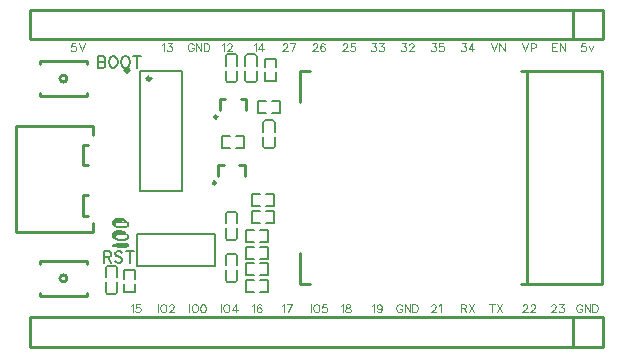
<source format=gto>
G04 Layer: TopSilkscreenLayer*
G04 EasyEDA v6.5.3, 2022-05-09 22:00:40*
G04 d9374f8db1c04431a46586793fd7dc8a,036ae6e9a2b24cebb23d0048bde98d7c,10*
G04 Gerber Generator version 0.2*
G04 Scale: 100 percent, Rotated: No, Reflected: No *
G04 Dimensions in millimeters *
G04 leading zeros omitted , absolute positions ,4 integer and 5 decimal *
%FSLAX45Y45*%
%MOMM*%

%ADD10C,0.2540*%
%ADD30C,0.2032*%
%ADD31C,0.1524*%
%ADD32C,0.3000*%
%ADD33C,0.2489*%
%ADD34C,0.1000*%

%LPD*%
G36*
X3569462Y4690872D02*
G01*
X3557524Y4690364D01*
X3552545Y4689551D01*
X3547618Y4688382D01*
X3542690Y4686909D01*
X3537915Y4685080D01*
X3533343Y4682896D01*
X3528974Y4680356D01*
X3524910Y4677410D01*
X3521201Y4674108D01*
X3516934Y4668977D01*
X3513277Y4662830D01*
X3511151Y4656836D01*
X3597910Y4656836D01*
X3597910Y4657852D01*
X3598926Y4659376D01*
X3601262Y4662068D01*
X3603904Y4664659D01*
X3606952Y4666843D01*
X3610610Y4668266D01*
X3613150Y4668062D01*
X3613861Y4667402D01*
X3614267Y4666437D01*
X3614420Y4665218D01*
X3613048Y4661154D01*
X3609644Y4658207D01*
X3605072Y4656429D01*
X3600450Y4655820D01*
X3598672Y4655921D01*
X3598011Y4656480D01*
X3597910Y4656836D01*
X3511151Y4656836D01*
X3510737Y4655667D01*
X3509772Y4647692D01*
X3510635Y4639970D01*
X3512191Y4635500D01*
X3541268Y4635500D01*
X3542995Y4641596D01*
X3547567Y4645609D01*
X3554018Y4647793D01*
X3561334Y4648454D01*
X3569817Y4648200D01*
X3586734Y4646930D01*
X3595370Y4646676D01*
X3603853Y4647285D01*
X3611727Y4649114D01*
X3618534Y4652264D01*
X3623564Y4656836D01*
X3627323Y4653838D01*
X3631031Y4650486D01*
X3634333Y4646777D01*
X3636772Y4642612D01*
X3637584Y4639564D01*
X3637787Y4636516D01*
X3636975Y4631994D01*
X3634841Y4627981D01*
X3631793Y4624679D01*
X3628136Y4622292D01*
X3624376Y4620717D01*
X3619214Y4619498D01*
X3639565Y4619498D01*
X3639718Y4620412D01*
X3640074Y4621022D01*
X3642817Y4623765D01*
X3645915Y4626102D01*
X3646576Y4626305D01*
X3648201Y4626356D01*
X3649218Y4626000D01*
X3649675Y4625187D01*
X3649624Y4624120D01*
X3649218Y4623054D01*
X3647897Y4621326D01*
X3645915Y4619955D01*
X3643579Y4619040D01*
X3640582Y4618736D01*
X3639769Y4618939D01*
X3639565Y4619498D01*
X3619214Y4619498D01*
X3612387Y4618482D01*
X3602024Y4617770D01*
X3591814Y4617466D01*
X3583076Y4617669D01*
X3574491Y4618329D01*
X3565956Y4619498D01*
X3557524Y4621276D01*
X3551885Y4623104D01*
X3549294Y4624324D01*
X3546856Y4625848D01*
X3544824Y4627575D01*
X3542995Y4629708D01*
X3541725Y4632350D01*
X3541268Y4635500D01*
X3512191Y4635500D01*
X3513023Y4633112D01*
X3516731Y4627067D01*
X3521506Y4621834D01*
X3526993Y4617364D01*
X3533038Y4613554D01*
X3539286Y4610404D01*
X3545586Y4607814D01*
X3551072Y4605832D01*
X3562146Y4602683D01*
X3573526Y4600600D01*
X3579215Y4599940D01*
X3590798Y4599432D01*
X3600145Y4599787D01*
X3609390Y4600803D01*
X3618585Y4602530D01*
X3627628Y4605020D01*
X3632657Y4606798D01*
X3637787Y4609033D01*
X3642664Y4611878D01*
X3647186Y4615230D01*
X3651097Y4619142D01*
X3654145Y4623714D01*
X3656126Y4628896D01*
X3656837Y4634738D01*
X3656329Y4639360D01*
X3655060Y4644136D01*
X3653028Y4648200D01*
X3650335Y4651857D01*
X3647135Y4655159D01*
X3643528Y4658055D01*
X3639616Y4660646D01*
X3635451Y4662881D01*
X3626865Y4666488D01*
X3626612Y4668520D01*
X3625392Y4673295D01*
X3623106Y4677206D01*
X3620008Y4680407D01*
X3616147Y4682896D01*
X3611829Y4684877D01*
X3607054Y4686350D01*
X3602126Y4687468D01*
X3590290Y4689348D01*
X3583381Y4690160D01*
X3576472Y4690668D01*
G37*
G36*
X3569462Y4584954D02*
G01*
X3557524Y4584446D01*
X3552545Y4583633D01*
X3547618Y4582464D01*
X3542690Y4580991D01*
X3537915Y4579162D01*
X3533343Y4576978D01*
X3528974Y4574438D01*
X3524910Y4571492D01*
X3521201Y4568190D01*
X3516934Y4563160D01*
X3513277Y4557014D01*
X3511190Y4551172D01*
X3597910Y4551172D01*
X3597910Y4551934D01*
X3598316Y4552797D01*
X3601262Y4556150D01*
X3603904Y4558741D01*
X3606952Y4560925D01*
X3610610Y4562348D01*
X3613150Y4562144D01*
X3613861Y4561484D01*
X3614267Y4560519D01*
X3614420Y4559300D01*
X3613048Y4555236D01*
X3609644Y4552289D01*
X3605072Y4550511D01*
X3600450Y4549902D01*
X3598672Y4550003D01*
X3598011Y4550664D01*
X3597910Y4551172D01*
X3511190Y4551172D01*
X3510737Y4549902D01*
X3509772Y4542028D01*
X3510635Y4534204D01*
X3512233Y4529582D01*
X3541268Y4529582D01*
X3542995Y4535678D01*
X3547567Y4539691D01*
X3554018Y4541875D01*
X3561334Y4542536D01*
X3569817Y4542282D01*
X3586734Y4541012D01*
X3595370Y4540758D01*
X3603853Y4541367D01*
X3611727Y4543196D01*
X3618534Y4546447D01*
X3623564Y4551172D01*
X3631031Y4544618D01*
X3634333Y4540859D01*
X3636772Y4536694D01*
X3637584Y4533696D01*
X3637787Y4530852D01*
X3636975Y4526178D01*
X3634841Y4522114D01*
X3631793Y4518761D01*
X3628136Y4516374D01*
X3624376Y4514799D01*
X3619214Y4513580D01*
X3639565Y4513580D01*
X3639718Y4514494D01*
X3640074Y4515104D01*
X3642817Y4517847D01*
X3646576Y4520539D01*
X3648201Y4520692D01*
X3649218Y4520336D01*
X3649675Y4519371D01*
X3649624Y4518202D01*
X3649218Y4517136D01*
X3647897Y4515408D01*
X3645915Y4514037D01*
X3643579Y4513122D01*
X3640582Y4512818D01*
X3639769Y4513021D01*
X3639565Y4513580D01*
X3619214Y4513580D01*
X3612387Y4512564D01*
X3602024Y4511852D01*
X3591814Y4511548D01*
X3583076Y4511751D01*
X3574491Y4512411D01*
X3565956Y4513681D01*
X3554679Y4516374D01*
X3551885Y4517288D01*
X3549294Y4518456D01*
X3546856Y4519930D01*
X3544824Y4521657D01*
X3542995Y4523790D01*
X3541725Y4526432D01*
X3541268Y4529582D01*
X3512233Y4529582D01*
X3513023Y4527296D01*
X3516731Y4521250D01*
X3521506Y4515967D01*
X3526993Y4511446D01*
X3533038Y4507636D01*
X3539286Y4504486D01*
X3545586Y4501896D01*
X3551072Y4499914D01*
X3562146Y4496765D01*
X3573526Y4494682D01*
X3579215Y4494022D01*
X3590798Y4493514D01*
X3600145Y4493869D01*
X3609390Y4494936D01*
X3618585Y4496714D01*
X3627628Y4499356D01*
X3632657Y4501134D01*
X3637787Y4503369D01*
X3642664Y4506112D01*
X3647186Y4509414D01*
X3651097Y4513326D01*
X3654145Y4517847D01*
X3656126Y4522978D01*
X3656837Y4528820D01*
X3656329Y4533442D01*
X3655060Y4538218D01*
X3653028Y4542282D01*
X3650335Y4545939D01*
X3647135Y4549241D01*
X3643528Y4552137D01*
X3639616Y4554728D01*
X3635451Y4556963D01*
X3626865Y4560570D01*
X3626612Y4562602D01*
X3625392Y4567377D01*
X3623106Y4571288D01*
X3620008Y4574489D01*
X3616147Y4577029D01*
X3611829Y4579010D01*
X3607054Y4580534D01*
X3597148Y4582668D01*
X3583381Y4584293D01*
X3576472Y4584750D01*
G37*
G36*
X3603244Y4479798D02*
G01*
X3591204Y4479493D01*
X3579164Y4478578D01*
X3567125Y4477207D01*
X3555187Y4475327D01*
X3543350Y4473041D01*
X3531615Y4470400D01*
X3524707Y4468520D01*
X3521456Y4467148D01*
X3518408Y4465320D01*
X3516325Y4463389D01*
X3514445Y4461103D01*
X3513074Y4458360D01*
X3512565Y4455160D01*
X3514140Y4449318D01*
X3518255Y4445254D01*
X3519363Y4444746D01*
X3634740Y4444746D01*
X3634740Y4445508D01*
X3635095Y4446676D01*
X3635959Y4447387D01*
X3638550Y4448302D01*
X3640226Y4448606D01*
X3641750Y4449165D01*
X3643071Y4449927D01*
X3646932Y4454144D01*
X3647948Y4454652D01*
X3648964Y4454499D01*
X3649624Y4453686D01*
X3649878Y4452874D01*
X3649878Y4452010D01*
X3647795Y4448098D01*
X3644798Y4445558D01*
X3640886Y4443984D01*
X3636060Y4443526D01*
X3635298Y4443831D01*
X3634790Y4444390D01*
X3634740Y4444746D01*
X3519363Y4444746D01*
X3523792Y4442714D01*
X3537254Y4440072D01*
X3544722Y4438904D01*
X3559759Y4437278D01*
X3574846Y4436364D01*
X3590036Y4436110D01*
X3607511Y4436364D01*
X3630015Y4437684D01*
X3635197Y4438345D01*
X3640277Y4439564D01*
X3645154Y4441444D01*
X3649167Y4444187D01*
X3652875Y4447743D01*
X3655568Y4452264D01*
X3656584Y4457700D01*
X3656380Y4460036D01*
X3655872Y4462373D01*
X3654958Y4464659D01*
X3653790Y4466844D01*
X3649065Y4471466D01*
X3642868Y4474768D01*
X3635705Y4476953D01*
X3628136Y4478274D01*
X3615588Y4479442D01*
G37*
D30*
X3441700Y4406137D02*
G01*
X3441700Y4310634D01*
X3441700Y4406137D02*
G01*
X3482593Y4406137D01*
X3496309Y4401565D01*
X3500881Y4396994D01*
X3505454Y4388104D01*
X3505454Y4378960D01*
X3500881Y4369815D01*
X3496309Y4365244D01*
X3482593Y4360671D01*
X3441700Y4360671D01*
X3473450Y4360671D02*
G01*
X3505454Y4310634D01*
X3598925Y4392676D02*
G01*
X3589781Y4401565D01*
X3576320Y4406137D01*
X3558031Y4406137D01*
X3544315Y4401565D01*
X3535425Y4392676D01*
X3535425Y4383531D01*
X3539997Y4374387D01*
X3544315Y4369815D01*
X3553459Y4365244D01*
X3580891Y4356100D01*
X3589781Y4351781D01*
X3594354Y4347210D01*
X3598925Y4338065D01*
X3598925Y4324350D01*
X3589781Y4315205D01*
X3576320Y4310634D01*
X3558031Y4310634D01*
X3544315Y4315205D01*
X3535425Y4324350D01*
X3660902Y4406137D02*
G01*
X3660902Y4310634D01*
X3628897Y4406137D02*
G01*
X3692652Y4406137D01*
X3390900Y6057137D02*
G01*
X3390900Y5961634D01*
X3390900Y6057137D02*
G01*
X3431793Y6057137D01*
X3445509Y6052565D01*
X3450081Y6047994D01*
X3454654Y6039104D01*
X3454654Y6029960D01*
X3450081Y6020815D01*
X3445509Y6016244D01*
X3431793Y6011671D01*
X3390900Y6011671D02*
G01*
X3431793Y6011671D01*
X3445509Y6007100D01*
X3450081Y6002781D01*
X3454654Y5993637D01*
X3454654Y5979921D01*
X3450081Y5970778D01*
X3445509Y5966205D01*
X3431793Y5961634D01*
X3390900Y5961634D01*
X3511804Y6057137D02*
G01*
X3502659Y6052565D01*
X3493515Y6043676D01*
X3489197Y6034531D01*
X3484625Y6020815D01*
X3484625Y5998210D01*
X3489197Y5984494D01*
X3493515Y5975350D01*
X3502659Y5966205D01*
X3511804Y5961634D01*
X3530091Y5961634D01*
X3538981Y5966205D01*
X3548125Y5975350D01*
X3552697Y5984494D01*
X3557270Y5998210D01*
X3557270Y6020815D01*
X3552697Y6034531D01*
X3548125Y6043676D01*
X3538981Y6052565D01*
X3530091Y6057137D01*
X3511804Y6057137D01*
X3614420Y6057137D02*
G01*
X3605529Y6052565D01*
X3596386Y6043676D01*
X3591813Y6034531D01*
X3587241Y6020815D01*
X3587241Y5998210D01*
X3591813Y5984494D01*
X3596386Y5975350D01*
X3605529Y5966205D01*
X3614420Y5961634D01*
X3632708Y5961634D01*
X3641852Y5966205D01*
X3650995Y5975350D01*
X3655568Y5984494D01*
X3659886Y5998210D01*
X3659886Y6020815D01*
X3655568Y6034531D01*
X3650995Y6043676D01*
X3641852Y6052565D01*
X3632708Y6057137D01*
X3614420Y6057137D01*
X3721861Y6057137D02*
G01*
X3721861Y5961634D01*
X3690111Y6057137D02*
G01*
X3753611Y6057137D01*
D34*
X7518400Y6166612D02*
G01*
X7486650Y6166612D01*
X7483602Y6137910D01*
X7486650Y6141212D01*
X7496302Y6144260D01*
X7505700Y6144260D01*
X7515352Y6141212D01*
X7521702Y6134862D01*
X7524750Y6125210D01*
X7524750Y6118860D01*
X7521702Y6109462D01*
X7515352Y6103112D01*
X7505700Y6099810D01*
X7496302Y6099810D01*
X7486650Y6103112D01*
X7483602Y6106160D01*
X7480300Y6112510D01*
X7545831Y6144260D02*
G01*
X7564881Y6099810D01*
X7583931Y6144260D02*
G01*
X7564881Y6099810D01*
X7239000Y6166612D02*
G01*
X7239000Y6099810D01*
X7239000Y6166612D02*
G01*
X7280402Y6166612D01*
X7239000Y6134862D02*
G01*
X7264400Y6134862D01*
X7239000Y6099810D02*
G01*
X7280402Y6099810D01*
X7301484Y6166612D02*
G01*
X7301484Y6099810D01*
X7301484Y6166612D02*
G01*
X7345934Y6099810D01*
X7345934Y6166612D02*
G01*
X7345934Y6099810D01*
X6985000Y6166612D02*
G01*
X7010400Y6099810D01*
X7035800Y6166612D02*
G01*
X7010400Y6099810D01*
X7056881Y6166612D02*
G01*
X7056881Y6099810D01*
X7056881Y6166612D02*
G01*
X7085584Y6166612D01*
X7094981Y6163563D01*
X7098284Y6160262D01*
X7101331Y6153912D01*
X7101331Y6144260D01*
X7098284Y6137910D01*
X7094981Y6134862D01*
X7085584Y6131560D01*
X7056881Y6131560D01*
X6718300Y6166612D02*
G01*
X6743700Y6099810D01*
X6769100Y6166612D02*
G01*
X6743700Y6099810D01*
X6790181Y6166612D02*
G01*
X6790181Y6099810D01*
X6790181Y6166612D02*
G01*
X6834631Y6099810D01*
X6834631Y6166612D02*
G01*
X6834631Y6099810D01*
X5962650Y6166612D02*
G01*
X5997702Y6166612D01*
X5978652Y6141212D01*
X5988050Y6141212D01*
X5994400Y6137910D01*
X5997702Y6134862D01*
X6000750Y6125210D01*
X6000750Y6118860D01*
X5997702Y6109462D01*
X5991352Y6103112D01*
X5981700Y6099810D01*
X5972302Y6099810D01*
X5962650Y6103112D01*
X5959602Y6106160D01*
X5956300Y6112510D01*
X6025134Y6150610D02*
G01*
X6025134Y6153912D01*
X6028181Y6160262D01*
X6031484Y6163563D01*
X6037834Y6166612D01*
X6050534Y6166612D01*
X6056884Y6163563D01*
X6059931Y6160262D01*
X6063234Y6153912D01*
X6063234Y6147562D01*
X6059931Y6141212D01*
X6053581Y6131560D01*
X6021831Y6099810D01*
X6066281Y6099810D01*
X5708650Y6166612D02*
G01*
X5743702Y6166612D01*
X5724652Y6141212D01*
X5734050Y6141212D01*
X5740400Y6137910D01*
X5743702Y6134862D01*
X5746750Y6125210D01*
X5746750Y6118860D01*
X5743702Y6109462D01*
X5737352Y6103112D01*
X5727700Y6099810D01*
X5718302Y6099810D01*
X5708650Y6103112D01*
X5705602Y6106160D01*
X5702300Y6112510D01*
X5774181Y6166612D02*
G01*
X5809234Y6166612D01*
X5790184Y6141212D01*
X5799581Y6141212D01*
X5805931Y6137910D01*
X5809234Y6134862D01*
X5812281Y6125210D01*
X5812281Y6118860D01*
X5809234Y6109462D01*
X5802884Y6103112D01*
X5793231Y6099810D01*
X5783834Y6099810D01*
X5774181Y6103112D01*
X5771134Y6106160D01*
X5767831Y6112510D01*
X6470650Y6166612D02*
G01*
X6505702Y6166612D01*
X6486652Y6141212D01*
X6496050Y6141212D01*
X6502400Y6137910D01*
X6505702Y6134862D01*
X6508750Y6125210D01*
X6508750Y6118860D01*
X6505702Y6109462D01*
X6499352Y6103112D01*
X6489700Y6099810D01*
X6480302Y6099810D01*
X6470650Y6103112D01*
X6467602Y6106160D01*
X6464300Y6112510D01*
X6561581Y6166612D02*
G01*
X6529831Y6122162D01*
X6577584Y6122162D01*
X6561581Y6166612D02*
G01*
X6561581Y6099810D01*
X6216650Y6166612D02*
G01*
X6251702Y6166612D01*
X6232652Y6141212D01*
X6242050Y6141212D01*
X6248400Y6137910D01*
X6251702Y6134862D01*
X6254750Y6125210D01*
X6254750Y6118860D01*
X6251702Y6109462D01*
X6245352Y6103112D01*
X6235700Y6099810D01*
X6226302Y6099810D01*
X6216650Y6103112D01*
X6213602Y6106160D01*
X6210300Y6112510D01*
X6313931Y6166612D02*
G01*
X6282181Y6166612D01*
X6279134Y6137910D01*
X6282181Y6141212D01*
X6291834Y6144260D01*
X6301231Y6144260D01*
X6310884Y6141212D01*
X6317234Y6134862D01*
X6320281Y6125210D01*
X6320281Y6118860D01*
X6317234Y6109462D01*
X6310884Y6103112D01*
X6301231Y6099810D01*
X6291834Y6099810D01*
X6282181Y6103112D01*
X6279134Y6106160D01*
X6275831Y6112510D01*
X4445000Y6153912D02*
G01*
X4451350Y6157213D01*
X4461002Y6166612D01*
X4461002Y6099810D01*
X4485131Y6150610D02*
G01*
X4485131Y6153912D01*
X4488179Y6160262D01*
X4491481Y6163563D01*
X4497831Y6166612D01*
X4510531Y6166612D01*
X4516881Y6163563D01*
X4520184Y6160262D01*
X4523231Y6153912D01*
X4523231Y6147562D01*
X4520184Y6141212D01*
X4513834Y6131560D01*
X4481829Y6099810D01*
X4526534Y6099810D01*
X3937000Y6153912D02*
G01*
X3943350Y6157213D01*
X3953002Y6166612D01*
X3953002Y6099810D01*
X3980179Y6166612D02*
G01*
X4015231Y6166612D01*
X3996181Y6141212D01*
X4005834Y6141212D01*
X4012184Y6137910D01*
X4015231Y6134862D01*
X4018534Y6125210D01*
X4018534Y6118860D01*
X4015231Y6109462D01*
X4008881Y6103112D01*
X3999484Y6099810D01*
X3989831Y6099810D01*
X3980179Y6103112D01*
X3977131Y6106160D01*
X3973829Y6112510D01*
X4711700Y6153912D02*
G01*
X4718050Y6157213D01*
X4727702Y6166612D01*
X4727702Y6099810D01*
X4780534Y6166612D02*
G01*
X4748529Y6122162D01*
X4796281Y6122162D01*
X4780534Y6166612D02*
G01*
X4780534Y6099810D01*
X3200400Y6166612D02*
G01*
X3168650Y6166612D01*
X3165602Y6137910D01*
X3168650Y6141212D01*
X3178302Y6144260D01*
X3187700Y6144260D01*
X3197352Y6141212D01*
X3203702Y6134862D01*
X3206750Y6125210D01*
X3206750Y6118860D01*
X3203702Y6109462D01*
X3197352Y6103112D01*
X3187700Y6099810D01*
X3178302Y6099810D01*
X3168650Y6103112D01*
X3165602Y6106160D01*
X3162300Y6112510D01*
X3227831Y6166612D02*
G01*
X3253231Y6099810D01*
X3278631Y6166612D02*
G01*
X3253231Y6099810D01*
X4200652Y6150610D02*
G01*
X4197350Y6157213D01*
X4191000Y6163563D01*
X4184650Y6166612D01*
X4171950Y6166612D01*
X4165600Y6163563D01*
X4159250Y6157213D01*
X4156202Y6150610D01*
X4152900Y6141212D01*
X4152900Y6125210D01*
X4156202Y6115812D01*
X4159250Y6109462D01*
X4165600Y6103112D01*
X4171950Y6099810D01*
X4184650Y6099810D01*
X4191000Y6103112D01*
X4197350Y6109462D01*
X4200652Y6115812D01*
X4200652Y6125210D01*
X4184650Y6125210D02*
G01*
X4200652Y6125210D01*
X4221734Y6166612D02*
G01*
X4221734Y6099810D01*
X4221734Y6166612D02*
G01*
X4266184Y6099810D01*
X4266184Y6166612D02*
G01*
X4266184Y6099810D01*
X4287265Y6166612D02*
G01*
X4287265Y6099810D01*
X4287265Y6166612D02*
G01*
X4309363Y6166612D01*
X4319015Y6163563D01*
X4325365Y6157213D01*
X4328413Y6150610D01*
X4331715Y6141212D01*
X4331715Y6125210D01*
X4328413Y6115812D01*
X4325365Y6109462D01*
X4319015Y6103112D01*
X4309363Y6099810D01*
X4287265Y6099810D01*
X5464302Y6150610D02*
G01*
X5464302Y6153912D01*
X5467350Y6160262D01*
X5470652Y6163563D01*
X5477002Y6166612D01*
X5489702Y6166612D01*
X5496052Y6163563D01*
X5499100Y6160262D01*
X5502402Y6153912D01*
X5502402Y6147562D01*
X5499100Y6141212D01*
X5492750Y6131560D01*
X5461000Y6099810D01*
X5505450Y6099810D01*
X5564631Y6166612D02*
G01*
X5532881Y6166612D01*
X5529834Y6137910D01*
X5532881Y6141212D01*
X5542534Y6144260D01*
X5551931Y6144260D01*
X5561584Y6141212D01*
X5567934Y6134862D01*
X5570981Y6125210D01*
X5570981Y6118860D01*
X5567934Y6109462D01*
X5561584Y6103112D01*
X5551931Y6099810D01*
X5542534Y6099810D01*
X5532881Y6103112D01*
X5529834Y6106160D01*
X5526531Y6112510D01*
X5210302Y6150610D02*
G01*
X5210302Y6153912D01*
X5213350Y6160262D01*
X5216652Y6163563D01*
X5223002Y6166612D01*
X5235702Y6166612D01*
X5242052Y6163563D01*
X5245100Y6160262D01*
X5248402Y6153912D01*
X5248402Y6147562D01*
X5245100Y6141212D01*
X5238750Y6131560D01*
X5207000Y6099810D01*
X5251450Y6099810D01*
X5310631Y6157213D02*
G01*
X5307584Y6163563D01*
X5297931Y6166612D01*
X5291581Y6166612D01*
X5282184Y6163563D01*
X5275834Y6153912D01*
X5272531Y6137910D01*
X5272531Y6122162D01*
X5275834Y6109462D01*
X5282184Y6103112D01*
X5291581Y6099810D01*
X5294884Y6099810D01*
X5304281Y6103112D01*
X5310631Y6109462D01*
X5313934Y6118860D01*
X5313934Y6122162D01*
X5310631Y6131560D01*
X5304281Y6137910D01*
X5294884Y6141212D01*
X5291581Y6141212D01*
X5282184Y6137910D01*
X5275834Y6131560D01*
X5272531Y6122162D01*
X4956302Y6150610D02*
G01*
X4956302Y6153912D01*
X4959350Y6160262D01*
X4962652Y6163563D01*
X4969002Y6166612D01*
X4981702Y6166612D01*
X4988052Y6163563D01*
X4991100Y6160262D01*
X4994402Y6153912D01*
X4994402Y6147562D01*
X4991100Y6141212D01*
X4984750Y6131560D01*
X4953000Y6099810D01*
X4997450Y6099810D01*
X5062981Y6166612D02*
G01*
X5031231Y6099810D01*
X5018531Y6166612D02*
G01*
X5062981Y6166612D01*
X7489952Y3940810D02*
G01*
X7486650Y3947413D01*
X7480300Y3953763D01*
X7473950Y3956812D01*
X7461250Y3956812D01*
X7454900Y3953763D01*
X7448550Y3947413D01*
X7445502Y3940810D01*
X7442200Y3931412D01*
X7442200Y3915410D01*
X7445502Y3906012D01*
X7448550Y3899662D01*
X7454900Y3893312D01*
X7461250Y3890010D01*
X7473950Y3890010D01*
X7480300Y3893312D01*
X7486650Y3899662D01*
X7489952Y3906012D01*
X7489952Y3915410D01*
X7473950Y3915410D02*
G01*
X7489952Y3915410D01*
X7511034Y3956812D02*
G01*
X7511034Y3890010D01*
X7511034Y3956812D02*
G01*
X7555484Y3890010D01*
X7555484Y3956812D02*
G01*
X7555484Y3890010D01*
X7576565Y3956812D02*
G01*
X7576565Y3890010D01*
X7576565Y3956812D02*
G01*
X7598663Y3956812D01*
X7608315Y3953763D01*
X7614665Y3947413D01*
X7617713Y3940810D01*
X7621015Y3931412D01*
X7621015Y3915410D01*
X7617713Y3906012D01*
X7614665Y3899662D01*
X7608315Y3893312D01*
X7598663Y3890010D01*
X7576565Y3890010D01*
X6988302Y3940810D02*
G01*
X6988302Y3944112D01*
X6991350Y3950462D01*
X6994652Y3953763D01*
X7001002Y3956812D01*
X7013702Y3956812D01*
X7020052Y3953763D01*
X7023100Y3950462D01*
X7026402Y3944112D01*
X7026402Y3937762D01*
X7023100Y3931412D01*
X7016750Y3921760D01*
X6985000Y3890010D01*
X7029450Y3890010D01*
X7053834Y3940810D02*
G01*
X7053834Y3944112D01*
X7056881Y3950462D01*
X7060184Y3953763D01*
X7066534Y3956812D01*
X7079234Y3956812D01*
X7085584Y3953763D01*
X7088631Y3950462D01*
X7091934Y3944112D01*
X7091934Y3937762D01*
X7088631Y3931412D01*
X7082281Y3921760D01*
X7050531Y3890010D01*
X7094981Y3890010D01*
X7229602Y3940810D02*
G01*
X7229602Y3944112D01*
X7232650Y3950462D01*
X7235952Y3953763D01*
X7242302Y3956812D01*
X7255002Y3956812D01*
X7261352Y3953763D01*
X7264400Y3950462D01*
X7267702Y3944112D01*
X7267702Y3937762D01*
X7264400Y3931412D01*
X7258050Y3921760D01*
X7226300Y3890010D01*
X7270750Y3890010D01*
X7298181Y3956812D02*
G01*
X7333234Y3956812D01*
X7314184Y3931412D01*
X7323581Y3931412D01*
X7329931Y3928110D01*
X7333234Y3925062D01*
X7336281Y3915410D01*
X7336281Y3909060D01*
X7333234Y3899662D01*
X7326884Y3893312D01*
X7317231Y3890010D01*
X7307834Y3890010D01*
X7298181Y3893312D01*
X7295134Y3896360D01*
X7291831Y3902710D01*
X6727952Y3956812D02*
G01*
X6727952Y3890010D01*
X6705600Y3956812D02*
G01*
X6750050Y3956812D01*
X6771131Y3956812D02*
G01*
X6815581Y3890010D01*
X6815581Y3956812D02*
G01*
X6771131Y3890010D01*
X6464300Y3956812D02*
G01*
X6464300Y3890010D01*
X6464300Y3956812D02*
G01*
X6493002Y3956812D01*
X6502400Y3953763D01*
X6505702Y3950462D01*
X6508750Y3944112D01*
X6508750Y3937762D01*
X6505702Y3931412D01*
X6502400Y3928110D01*
X6493002Y3925062D01*
X6464300Y3925062D01*
X6486652Y3925062D02*
G01*
X6508750Y3890010D01*
X6529831Y3956812D02*
G01*
X6574281Y3890010D01*
X6574281Y3956812D02*
G01*
X6529831Y3890010D01*
X5448300Y3944112D02*
G01*
X5454650Y3947413D01*
X5464302Y3956812D01*
X5464302Y3890010D01*
X5501131Y3956812D02*
G01*
X5491479Y3953763D01*
X5488431Y3947413D01*
X5488431Y3940810D01*
X5491479Y3934460D01*
X5497829Y3931412D01*
X5510784Y3928110D01*
X5520181Y3925062D01*
X5526531Y3918712D01*
X5529834Y3912362D01*
X5529834Y3902710D01*
X5526531Y3896360D01*
X5523484Y3893312D01*
X5513831Y3890010D01*
X5501131Y3890010D01*
X5491479Y3893312D01*
X5488431Y3896360D01*
X5485129Y3902710D01*
X5485129Y3912362D01*
X5488431Y3918712D01*
X5494781Y3925062D01*
X5504179Y3928110D01*
X5517134Y3931412D01*
X5523484Y3934460D01*
X5526531Y3940810D01*
X5526531Y3947413D01*
X5523484Y3953763D01*
X5513831Y3956812D01*
X5501131Y3956812D01*
X5715000Y3944112D02*
G01*
X5721350Y3947413D01*
X5731002Y3956812D01*
X5731002Y3890010D01*
X5793231Y3934460D02*
G01*
X5790184Y3925062D01*
X5783834Y3918712D01*
X5774181Y3915410D01*
X5770879Y3915410D01*
X5761481Y3918712D01*
X5755131Y3925062D01*
X5751829Y3934460D01*
X5751829Y3937762D01*
X5755131Y3947413D01*
X5761481Y3953763D01*
X5770879Y3956812D01*
X5774181Y3956812D01*
X5783834Y3953763D01*
X5790184Y3947413D01*
X5793231Y3934460D01*
X5793231Y3918712D01*
X5790184Y3902710D01*
X5783834Y3893312D01*
X5774181Y3890010D01*
X5767831Y3890010D01*
X5758179Y3893312D01*
X5755131Y3899662D01*
X6213602Y3940810D02*
G01*
X6213602Y3944112D01*
X6216650Y3950462D01*
X6219952Y3953763D01*
X6226302Y3956812D01*
X6239002Y3956812D01*
X6245352Y3953763D01*
X6248400Y3950462D01*
X6251702Y3944112D01*
X6251702Y3937762D01*
X6248400Y3931412D01*
X6242050Y3921760D01*
X6210300Y3890010D01*
X6254750Y3890010D01*
X6275831Y3944112D02*
G01*
X6282181Y3947413D01*
X6291834Y3956812D01*
X6291834Y3890010D01*
X5965952Y3940810D02*
G01*
X5962650Y3947413D01*
X5956300Y3953763D01*
X5949950Y3956812D01*
X5937250Y3956812D01*
X5930900Y3953763D01*
X5924550Y3947413D01*
X5921502Y3940810D01*
X5918200Y3931412D01*
X5918200Y3915410D01*
X5921502Y3906012D01*
X5924550Y3899662D01*
X5930900Y3893312D01*
X5937250Y3890010D01*
X5949950Y3890010D01*
X5956300Y3893312D01*
X5962650Y3899662D01*
X5965952Y3906012D01*
X5965952Y3915410D01*
X5949950Y3915410D02*
G01*
X5965952Y3915410D01*
X5987034Y3956812D02*
G01*
X5987034Y3890010D01*
X5987034Y3956812D02*
G01*
X6031484Y3890010D01*
X6031484Y3956812D02*
G01*
X6031484Y3890010D01*
X6052565Y3956812D02*
G01*
X6052565Y3890010D01*
X6052565Y3956812D02*
G01*
X6074663Y3956812D01*
X6084315Y3953763D01*
X6090665Y3947413D01*
X6093713Y3940810D01*
X6097015Y3931412D01*
X6097015Y3915410D01*
X6093713Y3906012D01*
X6090665Y3899662D01*
X6084315Y3893312D01*
X6074663Y3890010D01*
X6052565Y3890010D01*
X3670300Y3944112D02*
G01*
X3676650Y3947413D01*
X3686302Y3956812D01*
X3686302Y3890010D01*
X3745484Y3956812D02*
G01*
X3713479Y3956812D01*
X3710431Y3928110D01*
X3713479Y3931412D01*
X3723131Y3934460D01*
X3732784Y3934460D01*
X3742181Y3931412D01*
X3748531Y3925062D01*
X3751834Y3915410D01*
X3751834Y3909060D01*
X3748531Y3899662D01*
X3742181Y3893312D01*
X3732784Y3890010D01*
X3723131Y3890010D01*
X3713479Y3893312D01*
X3710431Y3896360D01*
X3707129Y3902710D01*
X4699000Y3944112D02*
G01*
X4705350Y3947413D01*
X4715002Y3956812D01*
X4715002Y3890010D01*
X4774184Y3947413D02*
G01*
X4770881Y3953763D01*
X4761484Y3956812D01*
X4754879Y3956812D01*
X4745481Y3953763D01*
X4739131Y3944112D01*
X4735829Y3928110D01*
X4735829Y3912362D01*
X4739131Y3899662D01*
X4745481Y3893312D01*
X4754879Y3890010D01*
X4758181Y3890010D01*
X4767834Y3893312D01*
X4774184Y3899662D01*
X4777231Y3909060D01*
X4777231Y3912362D01*
X4774184Y3921760D01*
X4767834Y3928110D01*
X4758181Y3931412D01*
X4754879Y3931412D01*
X4745481Y3928110D01*
X4739131Y3921760D01*
X4735829Y3912362D01*
X4953000Y3944112D02*
G01*
X4959350Y3947413D01*
X4969002Y3956812D01*
X4969002Y3890010D01*
X5034534Y3956812D02*
G01*
X5002529Y3890010D01*
X4989829Y3956812D02*
G01*
X5034534Y3956812D01*
X4165600Y3956812D02*
G01*
X4165600Y3890010D01*
X4205731Y3956812D02*
G01*
X4199381Y3953763D01*
X4193031Y3947413D01*
X4189729Y3940810D01*
X4186681Y3931412D01*
X4186681Y3915410D01*
X4189729Y3906012D01*
X4193031Y3899662D01*
X4199381Y3893312D01*
X4205731Y3890010D01*
X4218431Y3890010D01*
X4224781Y3893312D01*
X4231131Y3899662D01*
X4234434Y3906012D01*
X4237481Y3915410D01*
X4237481Y3931412D01*
X4234434Y3940810D01*
X4231131Y3947413D01*
X4224781Y3953763D01*
X4218431Y3956812D01*
X4205731Y3956812D01*
X4277613Y3956812D02*
G01*
X4267961Y3953763D01*
X4261611Y3944112D01*
X4258563Y3928110D01*
X4258563Y3918712D01*
X4261611Y3902710D01*
X4267961Y3893312D01*
X4277613Y3890010D01*
X4283963Y3890010D01*
X4293615Y3893312D01*
X4299965Y3902710D01*
X4303013Y3918712D01*
X4303013Y3928110D01*
X4299965Y3944112D01*
X4293615Y3953763D01*
X4283963Y3956812D01*
X4277613Y3956812D01*
X3898900Y3956812D02*
G01*
X3898900Y3890010D01*
X3939031Y3956812D02*
G01*
X3932681Y3953763D01*
X3926331Y3947413D01*
X3923029Y3940810D01*
X3919981Y3931412D01*
X3919981Y3915410D01*
X3923029Y3906012D01*
X3926331Y3899662D01*
X3932681Y3893312D01*
X3939031Y3890010D01*
X3951731Y3890010D01*
X3958081Y3893312D01*
X3964431Y3899662D01*
X3967734Y3906012D01*
X3970781Y3915410D01*
X3970781Y3931412D01*
X3967734Y3940810D01*
X3964431Y3947413D01*
X3958081Y3953763D01*
X3951731Y3956812D01*
X3939031Y3956812D01*
X3994911Y3940810D02*
G01*
X3994911Y3944112D01*
X3998213Y3950462D01*
X4001261Y3953763D01*
X4007611Y3956812D01*
X4020565Y3956812D01*
X4026915Y3953763D01*
X4029963Y3950462D01*
X4033265Y3944112D01*
X4033265Y3937762D01*
X4029963Y3931412D01*
X4023613Y3921760D01*
X3991863Y3890010D01*
X4036313Y3890010D01*
X4432300Y3956812D02*
G01*
X4432300Y3890010D01*
X4472431Y3956812D02*
G01*
X4466081Y3953763D01*
X4459731Y3947413D01*
X4456429Y3940810D01*
X4453381Y3931412D01*
X4453381Y3915410D01*
X4456429Y3906012D01*
X4459731Y3899662D01*
X4466081Y3893312D01*
X4472431Y3890010D01*
X4485131Y3890010D01*
X4491481Y3893312D01*
X4497831Y3899662D01*
X4501134Y3906012D01*
X4504181Y3915410D01*
X4504181Y3931412D01*
X4501134Y3940810D01*
X4497831Y3947413D01*
X4491481Y3953763D01*
X4485131Y3956812D01*
X4472431Y3956812D01*
X4557013Y3956812D02*
G01*
X4525263Y3912362D01*
X4573015Y3912362D01*
X4557013Y3956812D02*
G01*
X4557013Y3890010D01*
X5194300Y3956812D02*
G01*
X5194300Y3890010D01*
X5234431Y3956812D02*
G01*
X5228081Y3953763D01*
X5221731Y3947413D01*
X5218429Y3940810D01*
X5215381Y3931412D01*
X5215381Y3915410D01*
X5218429Y3906012D01*
X5221731Y3899662D01*
X5228081Y3893312D01*
X5234431Y3890010D01*
X5247131Y3890010D01*
X5253481Y3893312D01*
X5259831Y3899662D01*
X5263134Y3906012D01*
X5266181Y3915410D01*
X5266181Y3931412D01*
X5263134Y3940810D01*
X5259831Y3947413D01*
X5253481Y3953763D01*
X5247131Y3956812D01*
X5234431Y3956812D01*
X5325363Y3956812D02*
G01*
X5293613Y3956812D01*
X5290311Y3928110D01*
X5293613Y3931412D01*
X5303011Y3934460D01*
X5312663Y3934460D01*
X5322315Y3931412D01*
X5328665Y3925062D01*
X5331713Y3915410D01*
X5331713Y3909060D01*
X5328665Y3899662D01*
X5322315Y3893312D01*
X5312663Y3890010D01*
X5303011Y3890010D01*
X5293613Y3893312D01*
X5290311Y3896360D01*
X5287263Y3902710D01*
D31*
X4571060Y4165569D02*
G01*
X4571060Y4244578D01*
X4471339Y4244578D02*
G01*
X4471339Y4165569D01*
X4486579Y4150329D02*
G01*
X4555820Y4150329D01*
X4571060Y4368830D02*
G01*
X4571060Y4289821D01*
X4471339Y4289821D02*
G01*
X4471339Y4368830D01*
X4486579Y4384070D02*
G01*
X4555820Y4384070D01*
X4888560Y5295869D02*
G01*
X4888560Y5374878D01*
X4788839Y5374878D02*
G01*
X4788839Y5295869D01*
X4804079Y5280629D02*
G01*
X4873320Y5280629D01*
X4888560Y5499130D02*
G01*
X4888560Y5420121D01*
X4788839Y5420121D02*
G01*
X4788839Y5499130D01*
X4804079Y5514370D02*
G01*
X4873320Y5514370D01*
X4636439Y6057930D02*
G01*
X4636439Y5978921D01*
X4736160Y5978921D02*
G01*
X4736160Y6057930D01*
X4720920Y6073170D02*
G01*
X4651679Y6073170D01*
X4636439Y5854669D02*
G01*
X4636439Y5933678D01*
X4736160Y5933678D02*
G01*
X4736160Y5854669D01*
X4720920Y5839429D02*
G01*
X4651679Y5839429D01*
X4571060Y5854669D02*
G01*
X4571060Y5933678D01*
X4471339Y5933678D02*
G01*
X4471339Y5854669D01*
X4486579Y5839429D02*
G01*
X4555820Y5839429D01*
X4571060Y6057930D02*
G01*
X4571060Y5978921D01*
X4471339Y5978921D02*
G01*
X4471339Y6057930D01*
X4486579Y6073170D02*
G01*
X4555820Y6073170D01*
X3455339Y4267230D02*
G01*
X3455339Y4188221D01*
X3555060Y4188221D02*
G01*
X3555060Y4267230D01*
X3539820Y4282470D02*
G01*
X3470579Y4282470D01*
X3455339Y4063969D02*
G01*
X3455339Y4142978D01*
X3555060Y4142978D02*
G01*
X3555060Y4063969D01*
X3539820Y4048729D02*
G01*
X3470579Y4048729D01*
X4571060Y4521169D02*
G01*
X4571060Y4600178D01*
X4471339Y4600178D02*
G01*
X4471339Y4521169D01*
X4486579Y4505929D02*
G01*
X4555820Y4505929D01*
X4571060Y4724430D02*
G01*
X4571060Y4645421D01*
X4471339Y4645421D02*
G01*
X4471339Y4724430D01*
X4486579Y4739670D02*
G01*
X4555820Y4739670D01*
D10*
X4616195Y5137365D02*
G01*
X4632200Y5137365D01*
X4632200Y5041231D01*
X4426214Y5137365D02*
G01*
X4411200Y5137365D01*
X4411200Y5041369D01*
X4426214Y5137365D02*
G01*
X4456821Y5137365D01*
X4585599Y5137365D02*
G01*
X4616195Y5137365D01*
X4628895Y5696165D02*
G01*
X4644900Y5696165D01*
X4644900Y5600031D01*
X4438914Y5696165D02*
G01*
X4423900Y5696165D01*
X4423900Y5600169D01*
X4438914Y5696165D02*
G01*
X4469521Y5696165D01*
X4598299Y5696165D02*
G01*
X4628895Y5696165D01*
D31*
X4801539Y5966221D02*
G01*
X4801539Y6038024D01*
X4901260Y6038024D01*
X4901260Y5966221D01*
X4801539Y5920978D02*
G01*
X4801539Y5849175D01*
X4901260Y5849175D01*
X4901260Y5920978D01*
X4714478Y4064939D02*
G01*
X4642675Y4064939D01*
X4642675Y4164660D01*
X4714478Y4164660D01*
X4759721Y4064939D02*
G01*
X4831524Y4064939D01*
X4831524Y4164660D01*
X4759721Y4164660D01*
X3707460Y4130278D02*
G01*
X3707460Y4058475D01*
X3607739Y4058475D01*
X3607739Y4130278D01*
X3707460Y4175521D02*
G01*
X3707460Y4247324D01*
X3607739Y4247324D01*
X3607739Y4175521D01*
X4759721Y4583760D02*
G01*
X4831524Y4583760D01*
X4831524Y4484039D01*
X4759721Y4484039D01*
X4714478Y4583760D02*
G01*
X4642675Y4583760D01*
X4642675Y4484039D01*
X4714478Y4484039D01*
X4765278Y4649139D02*
G01*
X4693475Y4649139D01*
X4693475Y4748860D01*
X4765278Y4748860D01*
X4810521Y4649139D02*
G01*
X4882324Y4649139D01*
X4882324Y4748860D01*
X4810521Y4748860D01*
X4759721Y4304360D02*
G01*
X4831524Y4304360D01*
X4831524Y4204639D01*
X4759721Y4204639D01*
X4714478Y4304360D02*
G01*
X4642675Y4304360D01*
X4642675Y4204639D01*
X4714478Y4204639D01*
X4816078Y5576239D02*
G01*
X4744275Y5576239D01*
X4744275Y5675960D01*
X4816078Y5675960D01*
X4861321Y5576239D02*
G01*
X4933124Y5576239D01*
X4933124Y5675960D01*
X4861321Y5675960D01*
X4556521Y5383860D02*
G01*
X4628324Y5383860D01*
X4628324Y5284139D01*
X4556521Y5284139D01*
X4511278Y5383860D02*
G01*
X4439475Y5383860D01*
X4439475Y5284139D01*
X4511278Y5284139D01*
X4714478Y4344339D02*
G01*
X4642675Y4344339D01*
X4642675Y4444060D01*
X4714478Y4444060D01*
X4759721Y4344339D02*
G01*
X4831524Y4344339D01*
X4831524Y4444060D01*
X4759721Y4444060D01*
X4765278Y4788839D02*
G01*
X4693475Y4788839D01*
X4693475Y4888560D01*
X4765278Y4888560D01*
X4810521Y4788839D02*
G01*
X4882324Y4788839D01*
X4882324Y4888560D01*
X4810521Y4888560D01*
D10*
X3298802Y4301413D02*
G01*
X3298802Y4328299D01*
X2898802Y4055186D02*
G01*
X2898802Y4028300D01*
X3298802Y4028300D01*
X3298802Y4055186D01*
X3298802Y4328299D02*
G01*
X2898802Y4328299D01*
X2898802Y4301413D01*
X3298802Y5990513D02*
G01*
X3298802Y6017399D01*
X2898802Y5744286D02*
G01*
X2898802Y5717400D01*
X3298802Y5717400D01*
X3298802Y5744286D01*
X3298802Y6017399D02*
G01*
X2898802Y6017399D01*
X2898802Y5990513D01*
D31*
X3747160Y5930519D02*
G01*
X4101439Y5930519D01*
X4101439Y4915280D01*
X3747160Y4915280D01*
X3747160Y5930519D01*
X4383920Y4282460D02*
G01*
X3718679Y4282460D01*
X3718679Y4556739D01*
X4383920Y4556739D01*
X4383920Y4282460D01*
D10*
X2820101Y6449601D02*
G01*
X2820101Y6199604D01*
X7670098Y6449603D02*
G01*
X2820101Y6449603D01*
X7670098Y6199604D02*
G01*
X2820101Y6199604D01*
X7413294Y6199604D02*
G01*
X7413294Y6449601D01*
X7670098Y6449601D02*
G01*
X7670098Y6199604D01*
X2820101Y3846101D02*
G01*
X2820101Y3596104D01*
X7670098Y3846103D02*
G01*
X2820101Y3846103D01*
X7670098Y3596104D02*
G01*
X2820101Y3596104D01*
X7413294Y3596104D02*
G01*
X7413294Y3846101D01*
X7670098Y3846101D02*
G01*
X7670098Y3596104D01*
X7654747Y4129191D02*
G01*
X7008157Y4129191D01*
X7654747Y5929193D02*
G01*
X7009749Y5929193D01*
X7654747Y4129191D02*
G01*
X7654747Y5929193D01*
X7026351Y4129191D02*
G01*
X7026351Y5929193D01*
X6975464Y4127492D02*
G01*
X7026351Y4127492D01*
X5104749Y4389577D02*
G01*
X5104749Y4127492D01*
X5188229Y4127492D01*
X5188229Y5929193D02*
G01*
X5104749Y5929193D01*
X5104749Y5668805D01*
X7026351Y5929193D02*
G01*
X6975464Y5929193D01*
X3349594Y4636947D02*
G01*
X3349594Y4642393D01*
X3349594Y4566053D02*
G01*
X3349594Y4636947D01*
X3349594Y5390619D02*
G01*
X3349594Y5466499D01*
X2699595Y5466499D01*
X2699595Y4571499D01*
X2699595Y4566500D01*
X3349594Y4566500D01*
X3264308Y4708057D02*
G01*
X3308482Y4708057D01*
X3264308Y4708057D02*
G01*
X3264308Y4883058D01*
X3264308Y4883058D02*
G01*
X3308482Y4883058D01*
X3264095Y5307749D02*
G01*
X3308329Y5307749D01*
X3264095Y5307749D02*
G01*
X3264095Y5132748D01*
X3264095Y5132748D02*
G01*
X3308482Y5132748D01*
D31*
G75*
G01*
X4471340Y4165570D02*
G03*
X4486580Y4150330I15240J0D01*
G75*
G01*
X4555820Y4150330D02*
G03*
X4571060Y4165570I0J15240D01*
G75*
G01*
X4471340Y4368830D02*
G02*
X4486580Y4384070I15240J0D01*
G75*
G01*
X4555820Y4384070D02*
G02*
X4571060Y4368830I0J-15240D01*
G75*
G01*
X4788840Y5295870D02*
G03*
X4804080Y5280630I15240J0D01*
G75*
G01*
X4873320Y5280630D02*
G03*
X4888560Y5295870I0J15240D01*
G75*
G01*
X4788840Y5499130D02*
G02*
X4804080Y5514370I15240J0D01*
G75*
G01*
X4873320Y5514370D02*
G02*
X4888560Y5499130I0J-15240D01*
G75*
G01*
X4736160Y6057930D02*
G03*
X4720920Y6073170I-15240J0D01*
G75*
G01*
X4651680Y6073170D02*
G03*
X4636440Y6057930I0J-15240D01*
G75*
G01*
X4736160Y5854670D02*
G02*
X4720920Y5839430I-15240J0D01*
G75*
G01*
X4651680Y5839430D02*
G02*
X4636440Y5854670I0J15240D01*
G75*
G01*
X4471340Y5854670D02*
G03*
X4486580Y5839430I15240J0D01*
G75*
G01*
X4555820Y5839430D02*
G03*
X4571060Y5854670I0J15240D01*
G75*
G01*
X4471340Y6057930D02*
G02*
X4486580Y6073170I15240J0D01*
G75*
G01*
X4555820Y6073170D02*
G02*
X4571060Y6057930I0J-15240D01*
G75*
G01*
X3555060Y4267230D02*
G03*
X3539820Y4282470I-15240J0D01*
G75*
G01*
X3470580Y4282470D02*
G03*
X3455340Y4267230I0J-15240D01*
G75*
G01*
X3555060Y4063970D02*
G02*
X3539820Y4048730I-15240J0D01*
G75*
G01*
X3470580Y4048730D02*
G02*
X3455340Y4063970I0J15240D01*
G75*
G01*
X4471340Y4521170D02*
G03*
X4486580Y4505930I15240J0D01*
G75*
G01*
X4555820Y4505930D02*
G03*
X4571060Y4521170I0J15240D01*
G75*
G01*
X4471340Y4724430D02*
G02*
X4486580Y4739670I15240J0D01*
G75*
G01*
X4555820Y4739670D02*
G02*
X4571060Y4724430I0J-15240D01*
D33*
G75*
G01*
X4389201Y4985301D02*
G03*
X4389201Y4985047I-12445J-127D01*
G75*
G01*
X4401901Y5544101D02*
G03*
X4401901Y5543847I-12445J-127D01*
D10*
G75*
G01
X3128797Y4178300D02*
G03X3128797Y4178300I-29997J0D01*
G75*
G01
X3128797Y5867400D02*
G03X3128797Y5867400I-29997J0D01*
D32*
G75*
G01
X3837407Y5867400D02*
G03X3837407Y5867400I-15011J0D01*
G75*
G01
X3652063Y5940628D02*
G03X3652063Y5940628I-15011J0D01*
M02*

</source>
